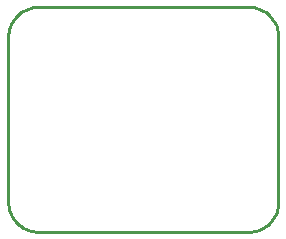
<source format=gbr>
G04 EAGLE Gerber RS-274X export*
G75*
%MOMM*%
%FSLAX34Y34*%
%LPD*%
%IN*%
%IPPOS*%
%AMOC8*
5,1,8,0,0,1.08239X$1,22.5*%
G01*
%ADD10C,0.254000*%


D10*
X0Y25400D02*
X97Y23186D01*
X386Y20989D01*
X865Y18826D01*
X1532Y16713D01*
X2380Y14666D01*
X3403Y12700D01*
X4594Y10831D01*
X5942Y9073D01*
X7440Y7440D01*
X9073Y5942D01*
X10831Y4594D01*
X12700Y3403D01*
X14666Y2380D01*
X16713Y1532D01*
X18826Y865D01*
X20989Y386D01*
X23186Y97D01*
X25400Y0D01*
X203200Y0D01*
X205414Y97D01*
X207611Y386D01*
X209774Y865D01*
X211887Y1532D01*
X213935Y2380D01*
X215900Y3403D01*
X217769Y4594D01*
X219527Y5942D01*
X221161Y7440D01*
X222658Y9073D01*
X224006Y10831D01*
X225197Y12700D01*
X226220Y14666D01*
X227068Y16713D01*
X227735Y18826D01*
X228214Y20989D01*
X228503Y23186D01*
X228600Y25400D01*
X228600Y165100D01*
X228503Y167314D01*
X228214Y169511D01*
X227735Y171674D01*
X227068Y173787D01*
X226220Y175835D01*
X225197Y177800D01*
X224006Y179669D01*
X222658Y181427D01*
X221161Y183061D01*
X219527Y184558D01*
X217769Y185906D01*
X215900Y187097D01*
X213935Y188120D01*
X211887Y188968D01*
X209774Y189635D01*
X207611Y190114D01*
X205414Y190403D01*
X203200Y190500D01*
X25400Y190500D01*
X23186Y190403D01*
X20989Y190114D01*
X18826Y189635D01*
X16713Y188968D01*
X14666Y188120D01*
X12700Y187097D01*
X10831Y185906D01*
X9073Y184558D01*
X7440Y183061D01*
X5942Y181427D01*
X4594Y179669D01*
X3403Y177800D01*
X2380Y175835D01*
X1532Y173787D01*
X865Y171674D01*
X386Y169511D01*
X97Y167314D01*
X0Y165100D01*
X0Y25400D01*
M02*

</source>
